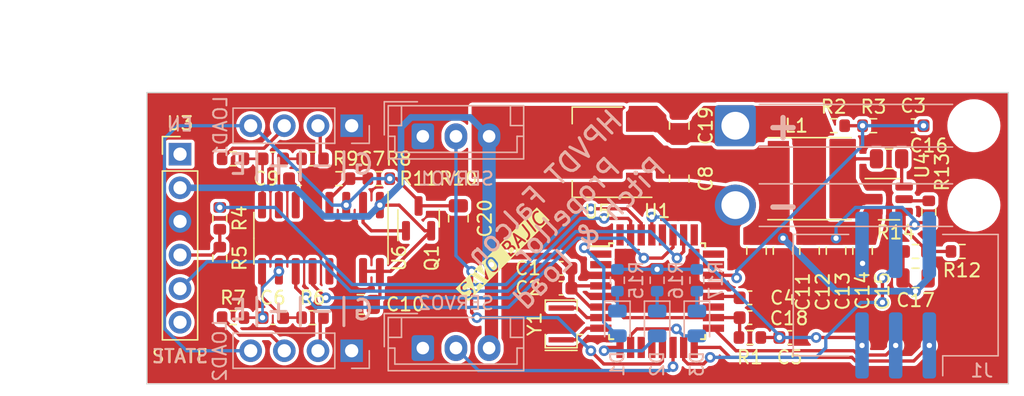
<source format=kicad_pcb>
(kicad_pcb (version 20221018) (generator pcbnew)
  (title_block (title "Propellor Pitch and Monitor") (date "2023-06-28") (rev "1") (company "HPVDT"))
  (layers (0 "F.Cu" signal) (31 "B.Cu" signal) (34 "B.Paste" user) (35 "F.Paste" user) (36 "B.SilkS" user "B.Silkscreen") (37 "F.SilkS" user "F.Silkscreen") (38 "B.Mask" user) (39 "F.Mask" user) (44 "Edge.Cuts" user))
  (net 0 "")
  (net 1 "+BATT")
  (net 2 "GND")
  (net 3 "+5V")
  (net 4 "/BATT_{SCALED}")
  (net 5 "Net-(U1-AREF)")
  (net 6 "/~{RESET}")
  (net 7 "/INB-")
  (net 8 "/INB+")
  (net 9 "/INA-")
  (net 10 "/INA+")
  (net 11 "Net-(U6-VBG)")
  (net 12 "/SW")
  (net 13 "/BST")
  (net 14 "/VFB")
  (net 15 "+3.3VA")
  (net 16 "Net-(D1-K)")
  (net 17 "/LED_{1}")
  (net 18 "Net-(D2-K)")
  (net 19 "/LED_{2}")
  (net 20 "Net-(D3-K)")
  (net 21 "/LED_{3}")
  (net 22 "/MISO")
  (net 23 "/SCK")
  (net 24 "/MOSI")
  (net 25 "/S-_{LC1}")
  (net 26 "/S+_{LC1}")
  (net 27 "/S-_{LC2}")
  (net 28 "/S+_{LC2}")
  (net 29 "/SERVO_{1}")
  (net 30 "/SERVO_{2}")
  (net 31 "/BASE")
  (net 32 "/BT_{TX}")
  (net 33 "Net-(U3-TX)")
  (net 34 "/FB_{VA}")
  (net 35 "/EN")
  (net 37 "Net-(U1-XTAL1{slash}PB6)")
  (net 38 "Net-(U1-XTAL2{slash}PB7)")
  (net 45 "/DOUT_{AMP}")
  (net 46 "/SCK_{AMP}")
  (net 48 "/BT_{RX}")
  (net 50 "/EN_{BT}")
  (net 51 "/STATE")
  (footprint "Capacitor_SMD:C_0805_2012Metric" (layer "F.Cu") (at 165.5 99.95 90)
    (fp_text reference "C12")
    (fp_text value "22uF")
  )
  (footprint "Capacitor_SMD:C_0805_2012Metric" (layer "F.Cu") (at 167.5 99.95 90)
    (fp_text reference "C13")
    (fp_text value "22uF")
  )
  (footprint "Capacitor_SMD:C_0805_2012Metric" (layer "F.Cu") (at 169.5 99.95 90)
    (fp_text reference "C14")
    (fp_text value "22uF")
  )
  (footprint "Package_QFP:TQFP-32_7x7mm_P0.8mm" (layer "F.Cu") (at 156 103)
    (fp_text reference "U1")
    (fp_text value "ATmega328P-A")
  )
  (footprint "Resistor_SMD:R_0603_1608Metric" (layer "F.Cu") (at 135 94.5 180)
    (fp_text reference "R10")
    (fp_text value "20k")
  )
  (footprint "Capacitor_SMD:C_0805_2012Metric" (layer "F.Cu") (at 171.5 99.95 90)
    (fp_text reference "C15")
    (fp_text value "22uF")
  )
  (footprint "Capacitor_SMD:C_0805_2012Metric" (layer "F.Cu") (at 163.5 99.95 90)
    (fp_text reference "C11")
    (fp_text value "22uF")
  )
  (footprint "Resistor_SMD:R_0603_1608Metric" (layer "F.Cu") (at 130 105 180)
    (fp_text reference "R6")
    (fp_text value "100")
  )
  (footprint "Capacitor_SMD:C_0603_1608Metric" (layer "F.Cu") (at 163 105)
    (fp_text reference "C18")
    (fp_text value "100n")
  )
  (footprint "Capacitor_SMD:C_0805_2012Metric" (layer "F.Cu") (at 133.635 104)
    (fp_text reference "C10")
    (fp_text value "10u")
  )
  (footprint "Capacitor_SMD:C_0805_2012Metric" (layer "F.Cu") (at 173.5 93)
    (fp_text reference "C16")
    (fp_text value "100n")
  )
  (footprint "Resistor_SMD:R_0603_1608Metric" (layer "F.Cu") (at 123 97.5 -90)
    (fp_text reference "R4")
    (fp_text value "5.1k")
  )
  (footprint "Capacitor_SMD:C_0805_2012Metric" (layer "F.Cu") (at 175.5 102 180)
    (fp_text reference "C17")
    (fp_text value "100n")
  )
  (footprint "Capacitor_SMD:C_0603_1608Metric" (layer "F.Cu") (at 163 103.5)
    (fp_text reference "C4")
    (fp_text value "100n")
  )
  (footprint "Resistor_SMD:R_0603_1608Metric" (layer "F.Cu") (at 124 105)
    (fp_text reference "R7")
    (fp_text value "100")
  )
  (footprint "Capacitor_SMD:C_0805_2012Metric" (layer "F.Cu") (at 157.67 94.5 90)
    (fp_text reference "C8")
    (fp_text value "22uF")
  )
  (footprint "Package_TO_SOT_SMD:SOT-23" (layer "F.Cu") (at 138 97.5 90)
    (fp_text reference "Q1")
    (fp_text value "MMSS8550")
  )
  (footprint "Resistor_SMD:R_0603_1608Metric" (layer "F.Cu") (at 169.325 90.5)
    (fp_text reference "R2")
    (fp_text value "15k")
  )
  (footprint "Resistor_SMD:R_0603_1608Metric" (layer "F.Cu") (at 132 94.5 180)
    (fp_text reference "R11")
    (fp_text value "8.2k")
  )
  (footprint "Package_TO_SOT_SMD:SOT-223-3_TabPin2" (layer "F.Cu") (at 151.5 92.5 180)
    (fp_text reference "U5")
    (fp_text value "AZ1117-5.0")
  )
  (footprint "Connector_PinHeader_2.54mm:PinHeader_1x06_P2.54mm_Vertical" (layer "F.Cu") (at 120 92.65)
    (fp_text reference "U3")
    (fp_text value "HC-05")
  )
  (footprint "Resistor_SMD:R_0603_1608Metric" (layer "F.Cu") (at 172.325 90.5)
    (fp_text reference "R3")
    (fp_text value "10k")
  )
  (footprint "Capacitor_SMD:C_0603_1608Metric" (layer "F.Cu") (at 127 93 180)
    (fp_text reference "C7")
    (fp_text value "100n")
  )
  (footprint "Capacitor_SMD:C_0603_1608Metric" (layer "F.Cu") (at 127 105 180)
    (fp_text reference "C6")
    (fp_text value "100n")
  )
  (footprint "Resistor_SMD:R_0603_1608Metric" (layer "F.Cu") (at 124 93)
    (fp_text reference "R9")
    (fp_text value "100")
  )
  (footprint "Capacitor_SMD:C_0805_2012Metric" (layer "F.Cu") (at 141 97.5 90)
    (fp_text reference "C20")
    (fp_text value "10u")
  )
  (footprint "Capacitor_SMD:C_0603_1608Metric" (layer "F.Cu") (at 148.7575 101.275 180)
    (fp_text reference "C1")
    (fp_text value "10n")
  )
  (footprint "Package_TO_SOT_SMD:TSOT-23-6" (layer "F.Cu") (at 173.5 96.05)
    (fp_text reference "U4")
    (fp_text value "TPS563208DDCR")
  )
  (footprint "Capacitor_SMD:C_0603_1608Metric" (layer "F.Cu") (at 166 106.5)
    (fp_text reference "C5")
    (fp_text value "10n")
  )
  (footprint "Resistor_SMD:R_0603_1608Metric" (layer "F.Cu") (at 130 93 180)
    (fp_text reference "R8")
    (fp_text value "100")
  )
  (footprint "Capacitor_SMD:C_0603_1608Metric" (layer "F.Cu") (at 129 94.5 180)
    (fp_text reference "C9")
    (fp_text value "100n")
  )
  (footprint "Capacitor_SMD:C_0805_2012Metric" (layer "F.Cu") (at 157.67 90.5 -90)
    (fp_text reference "C19")
    (fp_text value "10u")
  )
  (footprint "Resistor_SMD:R_0603_1608Metric" (layer "F.Cu") (at 179 100 180)
    (fp_text reference "R12")
    (fp_text value "10k")
  )
  (footprint "Resistor_SMD:R_0603_1608Metric" (layer "F.Cu") (at 163 106.5)
    (fp_text reference "R1")
    (fp_text value "10k")
  )
  (footprint "Inductor_SMD:L_Taiyo-Yuden_NR-60xx" (layer "F.Cu") (at 167.5 94.5)
    (fp_text reference "L1")
    (fp_text value "3.3uH")
  )
  (footprint "Capacitor_SMD:C_0603_1608Metric" (layer "F.Cu") (at 175.325 90.5 180)
    (fp_text reference "C3")
    (fp_text value "100n")
  )
  (footprint "Capacitor_SMD:C_0603_1608Metric" (layer "F.Cu") (at 148.7575 102.775 180)
    (fp_text reference "C2")
    (fp_text value "100n")
  )
  (footprint "Package_SO:SOP-16_3.9x9.9mm_P1.27mm" (layer "F.Cu") (at 130.635 99 -90)
    (fp_text reference "U6")
    (fp_text value "HX711")
  )
  (footprint "Resistor_SMD:R_0603_1608Metric" (layer "F.Cu") (at 175.5 100)
    (fp_text reference "R14")
    (fp_text value "54.9k")
  )
  (footprint "Resistor_SMD:R_0603_1608Metric" (layer "F.Cu") (at 176.5 97 -90)
    (fp_text reference "R13")
    (fp_text value "10k")
  )
  (footprint "Crystal:Resonator_SMD_Murata_CSTxExxV-3Pin_3.0x1.1mm" (layer "F.Cu") (at 148.7575 105.475 90)
    (fp_text reference "Y1")
    (fp_text value "16M")
  )
  (footprint "Resistor_SMD:R_0603_1608Metric" (layer "F.Cu") (at 123 100.5 -90)
    (fp_text reference "R5")
    (fp_text value "10k")
  )
  (footprint "Connector_PinHeader_2.54mm:PinHeader_1x04_P2.54mm_Vertical" (layer "B.Cu") (at 132.95 90.5 90)
    (fp_text reference "J2" hide)
    (fp_text value "LOAD1")
  )
  (footprint "Connector_PinHeader_2.54mm:PinHeader_1x04_P2.54mm_Vertical" (layer "B.Cu") (at 132.95 107.5 90)
    (fp_text reference "J3" hide)
    (fp_text value "LOAD2")
  )
  (footprint "Connector_Wire:SolderWire-1.5sqmm_1x02_P6mm_D1.7mm_OD3mm_Relief" (layer "B.Cu") (at 161.9 90.5 -90)
    (fp_text reference "BT1" hide)
    (fp_text value "Battery")
  )
  (footprint "LED_SMD:LED_0805_2012Metric" (layer "B.Cu") (at 153 105.4375 -90)
    (fp_text reference "D1")
    (fp_text value "LED")
  )
  (footprint "LED_SMD:LED_0805_2012Metric" (layer "B.Cu") (at 156 105.4375 -90)
    (fp_text reference "D2")
    (fp_text value "LED")
  )
  (footprint "Connector_JST:JST_EH_B3B-EH-A_1x03_P2.50mm_Vertical" (layer "B.Cu") (at 138.32 91.3)
    (fp_text reference "J4" hide)
    (fp_text value "SERVO1")
  )
  (footprint "Connector_IDC:IDC-Header_2x03_P2.54mm_Vertical_SMD" (layer "B.Cu") (at 174 103.3 90)
    (fp_text reference "J1")
    (fp_text value "AVR-ISP-6")
  )
  (footprint "Resistor_SMD:R_0603_1608Metric" (layer "B.Cu") (at 159 102.175 90)
    (fp_text reference "R17")
    (fp_text value "430")
  )
  (footprint "Resistor_SMD:R_0603_1608Metric" (layer "B.Cu") (at 153 102.175 90)
    (fp_text reference "R15")
    (fp_text value "430")
  )
  (footprint "Resistor_SMD:R_0603_1608Metric" (layer "B.Cu") (at 156 102.175 90)
    (fp_text reference "R16")
    (fp_text value "430")
  )
  (footprint "Connector_JST:JST_EH_B3B-EH-A_1x03_P2.50mm_Vertical" (layer "B.Cu") (at 138.32 107.3)
    (fp_text reference "J6")
    (fp_text value "SERVO2")
  )
  (footprint "LED_SMD:LED_0805_2012Metric" (layer "B.Cu") (at 159 105.4375 -90)
    (fp_text reference "D3")
    (fp_text value "LED")
  )
  (gr_line (start 117.5 110) (end 182.5 110) (stroke (width 0.1)) (layer "Edge.Cuts"))
  (gr_line (start 117.5 88) (end 117.5 110) (stroke (width 0.1)) (layer "Edge.Cuts"))
  (gr_line (start 182.5 110) (end 182.5 88) (stroke (width 0.1)) (layer "Edge.Cuts"))
  (gr_line (start 182.5 88) (end 117.5 88) (stroke (width 0.1)) (layer "Edge.Cuts"))
  (gr_text "EN" (at 120 91) (layer "B.SilkS") (effects (font (size 1 1)) (justify bottom mirror)))
  (gr_text "HPVDT Falcon\nPropellor\nPitch & Load" (at 151.5 99.25 45) (layer "B.SilkS") (effects (font (size 1.5 1.5) (thickness 0.225)) (justify bottom mirror)))
  (gr_text "-" (at 165.5 96.5) (layer "B.SilkS") (effects (font (size 2 2) (thickness 0.4) bold) (justify mirror)))
  (gr_text "G|-|+|E" (at 129.15 94.3) (layer "B.SilkS") (effects (font (size 1.5 1.5) (thickness 0.225)) (justify bottom mirror)))
  (gr_text "+" (at 165.5 90.5) (layer "B.SilkS") (effects (font (size 2 2) (thickness 0.4) bold) (justify mirror)))
  (gr_text "G|-|+|E" (at 129.15 105.3) (layer "B.SilkS") (effects (font (size 1.5 1.5) (thickness 0.225)) (justify bottom mirror)))
  (gr_text "STATE" (at 120 108.5) (layer "B.SilkS") (effects (font (size 1 1)) (justify bottom mirror)))
  (gr_text "SAVO BAJIC" (at 141.65 103.8 45) (layer "F.SilkS" knockout) (effects (font (size 1 1) (thickness 0.15) italic) (justify left bottom)))
  (gr_text "STATE" (at 120 108.5) (layer "F.SilkS") (effects (font (size 1 1)) (justify bottom)))
  (segment (start 175.6055 97.825) (end 175.4305 98) (width 0.25) (layer "F.Cu") (net 1))
  (segment (start 176.5 97.825) (end 175.6055 97.825) (width 0.25) (layer "F.Cu") (net 1))
  (via (at 169.5 99) (size 0.8) (drill 0.4) (layers "F.Cu" "B.Cu") (net 1))
  (via (at 175.4305 98) (size 0.8) (drill 0.4) (layers "F.Cu" "B.Cu") (net 1))
  (segment (start 170.964756 96.675) (end 174.495244 96.675) (width 0.25) (layer "B.Cu") (net 1))
  (segment (start 169.5 98.139756) (end 170.964756 96.675) (width 0.25) (layer "B.Cu") (net 1))
  (segment (start 174.495244 96.675) (end 175.4305 97.610256) (width 0.25) (layer "B.Cu") (net 1))
  (segment (start 169.5 99) (end 169.5 98.139756) (width 0.25) (layer "B.Cu") (net 1))
  (segment (start 175.4305 97.610256) (end 175.4305 98) (width 0.25) (layer "B.Cu") (net 1))
  (segment (start 155.55 101.8) (end 156 101.35) (width 0.25) (layer "F.Cu") (net 2))
  (segment (start 151.75 101.8) (end 155.55 101.8) (width 0.25) (layer "F.Cu") (net 2))
  (via (at 156 101.35) (size 0.8) (drill 0.4) (layers "F.Cu" "B.Cu") (net 2))
  (via (at 171.5 100.9) (size 0.8) (drill 0.4) (layers "F.Cu" "B.Cu") (net 2))
  (segment (start 171.46 100.86) (end 171.5 100.9) (width 0.5) (layer "B.Cu") (net 2))
  (segment (start 171.46 99.5) (end 171.46 100.86) (width 0.5) (layer "B.Cu") (net 2))
  (segment (start 156 101.35) (end 153 101.35) (width 0.25) (layer "B.Cu") (net 2))
  (segment (start 159 101.35) (end 156 101.35) (width 0.25) (layer "B.Cu") (net 2))
  (segment (start 135.08 103.505) (end 134.585 104) (width 0.25) (layer "F.Cu") (net 3))
  (segment (start 152.675 104.2) (end 151.75 104.2) (width 0.25) (layer "F.Cu") (net 3))
  (segment (start 160.25 105) (end 153.475 105) (width 0.25) (layer "F.Cu") (net 3))
  (segment (start 174.55 100.125) (end 174.675 100) (width 0.25) (layer "F.Cu") (net 3))
  (segment (start 151.75 104.2) (end 150.9575 104.2) (width 0.25) (layer "F.Cu") (net 3))
  (segment (start 135.8875 101.5) (end 138.95 98.4375) (width 0.25) (layer "F.Cu") (net 3))
  (segment (start 162.225 105) (end 162.225 106.45) (width 0.25) (layer "F.Cu") (net 3))
  (segment (start 138.465749 98.4375) (end 138.95 98.4375) (width 0.25) (layer "F.Cu") (net 3))
  (segment (start 149.5325 101.275) (end 148.6075 100.35) (width 0.5) (layer "F.Cu") (net 3))
  (segment (start 143.5 101) (end 143.5 107.12) (width 1) (layer "F.Cu") (net 3))
  (segment (start 144.15 100.35) (end 143.5 101) (width 0.5) (layer "F.Cu") (net 3))
  (segment (start 160.25 105) (end 162.225 105) (width 0.25) (layer "F.Cu") (net 3))
  (segment (start 149.7075 102.6) (end 149.5325 102.775) (width 0.25) (layer "F.Cu") (net 3))
  (segment (start 150.9575 104.2) (end 149.5325 102.775) (width 0.25) (layer "F.Cu") (net 3))
  (segment (start 135.08 96.5) (end 136.528249 96.5) (width 0.25) (layer "F.Cu") (net 3))
  (segment (start 174.55 102) (end 174.55 102.05) (width 0.25) (layer "F.Cu") (net 3))
  (segment (start 135.08 101.5) (end 135.08 103.505) (width 0.25) (layer "F.Cu") (net 3))
  (segment (start 135.08 101.5) (end 135.8875 101.5) (width 0.25) (layer "F.Cu") (net 3))
  (segment (start 153.475 105) (end 152.675 104.2) (width 0.25) (layer "F.Cu") (net 3))
  (segment (start 143.5 107.12) (end 143.32 107.3) (width 1) (layer "F.Cu") (net 3))
  (segment (start 151.75 102.6) (end 149.7075 102.6) (width 0.25) (layer "F.Cu") (net 3))
  (segment (start 162.225 106.45) (end 162.175 106.5) (width 0.25) (layer "F.Cu") (net 3))
  (segment (start 174.55 102.05) (end 175.5 103) (width 0.25) (layer "F.Cu") (net 3))
  (segment (start 136.528249 96.5) (end 138.465749 98.4375) (width 0.25) (layer "F.Cu") (net 3))
  (segment (start 135.08 101.5) (end 133.81 101.5) (width 0.25) (layer "F.Cu") (net 3))
  (segment (start 148.6075 100.35) (end 144.15 100.35) (width 0.5) (layer "F.Cu") (net 3))
  (segment (start 149.5325 101.275) (end 149.5325 102.775) (width 0.5) (layer "F.Cu") (net 3))
  (segment (start 174.55 102) (end 174.55 100.125) (width 0.25) (layer "F.Cu") (net 3))
  (via (at 143.5 101) (size 0.8) (drill 0.4) (layers "F.Cu" "B.Cu") (net 3))
  (via (at 175.5 103) (size 0.8) (drill 0.4) (layers "F.Cu" "B.Cu") (net 3))
  (via (at 165.5 99) (size 0.8) (drill 0.4) (layers "F.Cu" "B.Cu") (net 3))
  (via (at 135.08 96.5) (size 0.8) (drill 0.4) (layers "F.Cu" "B.Cu") (net 3))
  (segment (start 136.675 94.905) (end 136.675 90.630051) (width 0.5) (layer "B.Cu") (net 3))
  (segment (start 130.85 97.35) (end 134.23 97.35) (width 0.5) (layer "B.Cu") (net 3))
  (segment (start 128.69 95.19) (end 130.85 97.35) (width 0.5) (layer "B.Cu") (net 3))
  (segment (start 175.5 103) (end 169.5 103) (width 0.5) (layer "B.Cu") (net 3))
  (segment (start 136.675 90.630051) (end 137.430051 89.875) (width 0.5) (layer "B.Cu") (net 3))
  (segment (start 176.54 99.5) (end 176.54 101.96) (width 0.5) (layer "B.Cu") (net 3))
  (segment (start 176.54 101.96) (end 175.5 103) (width 0.5) (layer "B.Cu") (net 3))
  (segment (start 135.08 96.5) (end 136.675 94.905) (width 0.5) (layer "B.Cu") (net 3))
  (segment (start 143.32 91.3) (end 143.32 100.82) (width 1) (layer "B.Cu") (net 3))
  (segment (start 143.32 100.82) (end 143.5 101) (width 1) (layer "B.Cu") (net 3))
  (segment (start 137.430051 89.875) (end 141.895 89.875) (width 0.5) (layer "B.Cu") (net 3))
  (segment (start 169.5 103) (end 165.5 99) (width 0.5) (layer "B.Cu") (net 3))
  (segment (start 134.23 97.35) (end 135.08 96.5) (width 0.5) (layer "B.Cu") (net 3))
  (segment (start 141.895 89.875) (end 143.32 91.3) (width 0.5) (layer "B.Cu") (net 3))
  (segment (start 120 95.19) (end 128.69 95.19) (width 0.5) (layer "B.Cu") (net 3))
  (segment (start 171.5 90.5) (end 170.15 90.5) (width 0.25) (layer "F.Cu") (net 4))
  (segment (start 160.25 101.8) (end 161.8 101.8) (width 0.25) (layer "F.Cu") (net 4))
  (segment (start 161.8 101.8) (end 162 102) (width 0.25) (layer "F.Cu") (net 4))
  (via (at 162 102) (size 0.8) (drill 0.4) (layers "F.Cu" "B.Cu") (net 4))
  (via (at 176.1 90.5) (size 0.8) (drill 0.4) (layers "F.Cu" "B.Cu") (net 4))
  (via (at 171.5 90.5) (size 0.8) (drill 0.4) (layers "F.Cu" "B.Cu") (net 4))
  (segment (start 171.5 90.5) (end 171.5 91.974695) (width 0.25) (layer "B.Cu") (net 4))
  (segment (start 171.5 90.5) (end 176.1 90.5) (width 0.25) (layer "B.Cu") (net 4))
  (segment (start 162 101.474695) (end 162 102) (width 0.25) (layer "B.Cu") (net 4))
  (segment (start 171.5 91.974695) (end 162 101.474695) (width 0.25) (layer "B.Cu") (net 4))
  (segment (start 162.125 103.4) (end 162.225 103.5) (width 0.25) (layer "F.Cu") (net 5))
  (segment (start 160.25 103.4) (end 162.125 103.4) (width 0.25) (layer "F.Cu") (net 5))
  (segment (start 165.225 106.5) (end 163.825 106.5) (width 0.25) (layer "F.Cu") (net 6))
  (segment (start 168 106.5) (end 170.86 106.5) (width 0.25) (layer "F.Cu") (net 6))
  (segment (start 155.6 97.4) (end 155.6 98.75) (width 0.25) (layer "F.Cu") (net 6))
  (segment (start 170.86 106.5) (end 171.46 107.1) (width 0.25) (layer "F.Cu") (net 6))
  (via (at 155.6 97.4) (size 0.8) (drill 0.4) (layers "F.Cu" "B.Cu") (net 6))
  (via (at 168 106.5) (size 0.8) (drill 0.4) (layers "F.Cu" "B.Cu") (net 6))
  (via (at 165.225 106.5) (size 0.8) (drill 0.4) (layers "F.Cu" "B.Cu") (net 6))
  (via (at 171.46 107.1) (size 0.8) (drill 0.4) (layers "F.Cu" "B.Cu") (net 6))
  (segment (start 155.6 97.4) (end 156.267462 97.4) (width 0.25) (layer "B.Cu") (net 6))
  (segment (start 156.267462 97.4) (end 165.225 106.357538) (width 0.25) (layer "B.Cu") (net 6))
  (segment (start 165.225 106.357538) (end 165.225 106.5) (width 0.25) (layer "B.Cu") (net 6))
  (segment (start 165.225 106.5) (end 168 106.5) (width 0.25) (layer "B.Cu") (net 6))
  (segment (start 127.775 105) (end 126.19 103.415) (width 0.2) (layer "F.Cu") (net 7))
  (segment (start 126.19 103.415) (end 126.19 101.5) (width 0.2) (layer "F.Cu") (net 7))
  (segment (start 129.175 105) (end 127.775 105) (width 0.2) (layer "F.Cu") (net 7))
  (segment (start 126.225 105) (end 124.825 105) (width 0.2) (layer "F.Cu") (net 8))
  (via (at 127.46 101.5) (size 0.8) (drill 0.4) (layers "F.Cu" "B.Cu") (net 8))
  (via (at 126.225 105) (size 0.8) (drill 0.4) (layers "F.Cu" "B.Cu") (net 8))
  (segment (start 126.225 105) (end 126.225 102.735) (width 0.2) (layer "B.Cu") (net 8))
  (segment (start 126.225 102.735) (end 127.46 101.5) (width 0.2) (layer "B.Cu") (net 8))
  (segment (start 127.775 93) (end 127.46 93.315) (width 0.2) (layer "F.Cu") (net 9))
  (segment (start 129.175 93) (end 127.775 93) (width 0.2) (layer "F.Cu") (net 9))
  (segment (start 127.46 93.315) (end 127.46 96.5) (width 0.2) (layer "F.Cu") (net 9))
  (segment (start 126.225 96.465) (end 126.19 96.5) (width 0.2) (layer "F.Cu") (net 10))
  (segment (start 126.225 93) (end 124.825 93) (width 0.2) (layer "F.Cu") (net 10))
  (segment (start 126.225 93) (end 126.225 96.465) (width 0.2) (layer "F.Cu") (net 10))
  (segment (start 128.73 95.005) (end 128.225 94.5) (width 0.25) (layer "F.Cu") (net 11))
  (segment (start 128.73 96.5) (end 128.73 95.005) (width 0.25) (layer "F.Cu") (net 11))
  (segment (start 171 93) (end 169.85 94.15) (width 0.25) (layer "F.Cu") (net 12))
  (segment (start 169.85 94.15) (end 169.85 94.5) (width 0.25) (layer "F.Cu") (net 12))
  (segment (start 172.55 93) (end 171 93) (width 0.25) (layer "F.Cu") (net 12))
  (segment (start 174.45 93) (end 174.45 94.9125) (width 0.25) (layer "F.Cu") (net 13))
  (segment (start 174.45 94.9125) (end 174.6375 95.1) (width 0.25) (layer "F.Cu") (net 13))
  (segment (start 176.325 99.919805) (end 174.6375 98.232305) (width 0.25) (layer "F.Cu") (net 14))
  (segment (start 176.325 100) (end 176.325 99.919805) (width 0.25) (layer "F.Cu") (net 14))
  (segment (start 174.6375 98.232305) (end 174.6375 97) (width 0.25) (layer "F.Cu") (net 14))
  (segment (start 178.175 100) (end 176.325 100) (width 0.25) (layer "F.Cu") (net 14))
  (segment (start 176.45 102) (end 176.45 100.125) (width 0.25) (layer "F.Cu") (net 14))
  (segment (start 176.45 100.125) (end 176.325 100) (width 0.25) (layer "F.Cu") (net 14))
  (segment (start 138 96.175) (end 136.325 94.5) (width 0.25) (layer "F.Cu") (net 15))
  (segment (start 138 96.5625) (end 138 96.175) (width 0.25) (layer "F.Cu") (net 15))
  (segment (start 138.0125 96.55) (end 138 96.5625) (width 0.25) (layer "F.Cu") (net 15))
  (segment (start 141 96.55) (end 138.0125 96.55) (width 0.25) (layer "F.Cu") (net 15))
  (segment (start 135.825 94.5) (end 136.325 94.5) (width 0.25) (layer "F.Cu") (net 15))
  (via (at 132.54 96.5) (size 0.8) (drill 0.4) (layers "F.Cu" "B.Cu") (net 15))
  (via (at 135.825 94.5) (size 0.8) (drill 0.4) (layers "F.Cu" "B.Cu") (net 15))
  (segment (start 118.825 91.475) (end 118.825 105.836701) (width 0.25) (layer "B.Cu") (net 15))
  (segment (start 132.54 96.5) (end 131.5 96.5) (width 0.25) (layer "B.Cu") (net 15))
  (segment (start 125.5 90.5) (end 119.8 90.5) (width 0.25) (layer "B.Cu") (net 15))
  (segment (start 131.5 96.5) (end 125.5 90.5) (width 0.25) (layer "B.Cu") (net 15))
  (segment (start 118.825 105.836701) (end 120.488299 107.5) (width 0.25) (layer "B.Cu") (net 15))
  (segment (start 119.8 90.5) (end 118.825 91.475) (width 0.25) (layer "B.Cu") (net 15))
  (segment (start 120.488299 107.5) (end 125.5 107.5) (width 0.25) (layer "B.Cu") (net 15))
  (segment (start 134.54 94.5) (end 132.54 96.5) (width 0.25) (layer "B.Cu") (net 15))
  (segment (start 135.825 94.5) (end 134.54 94.5) (width 0.25) (layer "B.Cu") (net 15))
  (segment (start 153 103) (end 153 104.5) (width 0.25) (layer "B.Cu") (net 16))
  (segment (start 150.5 99.7245) (end 150.9755 100.2) (width 0.25) (layer "F.Cu") (net 17))
  (segment (start 150.9755 100.2) (end 151.75 100.2) (width 0.25) (layer "F.Cu") (net 17))
  (via (at 150.5 99.7245) (size 0.8) (drill 0.4) (layers "F.Cu" "B.Cu") (net 17))
  (segment (start 150.5 99.7245) (end 151.975 101.1995) (width 0.25) (layer "B.Cu") (net 17))
  (segment (start 151.975 101.1995) (end 151.975 105.35) (width 0.25) (layer "B.Cu") (net 17))
  (segment (start 151.975 105.35) (end 153 106.375) (width 0.25) (layer "B.Cu") (net 17))
  (segment (start 156 103) (end 156 104.5) (width 0.25) (layer "B.Cu") (net 18))
  (segment (start 152 107.5) (end 152.25 107.25) (width 0.25) (layer "F.Cu") (net 19))
  (segment (start 152.25 107.25) (end 153.2 107.25) (width 0.25) (layer "F.Cu") (net 19))
  (via (at 152 107.5) (size 0.8) (drill 0.4) (layers "F.Cu" "B.Cu") (net 19))
  (segment (start 154.875 107.5) (end 156 106.375) (width 0.25) (layer "B.Cu") (net 19))
  (segment (start 152 107.5) (end 154.875 107.5) (width 0.25) (layer "B.Cu") (net 19))
  (segment (start 159 104.5) (end 159 103) (width 0.25) (layer "B.Cu") (net 20))
  (segment (start 154 106.325) (end 154 107.25) (width 0.25) (layer "F.Cu") (net 21))
  (segment (start 157.456895 105.850498) (end 154.474502 105.850498) (width 0.25) (layer "F.Cu") (net 21))
  (segment (start 154.474502 105.850498) (end 154 106.325) (width 0.25) (layer "F.Cu") (net 21))
  (via (at 157.456895 105.850498) (size 0.8) (drill 0.4) (layers "F.Cu" "B.Cu") (net 21))
  (segment (start 157.981397 106.375) (end 159 106.375) (width 0.25) (layer "B.Cu") (net 21))
  (segment (start 157.456895 105.850498) (end 157.981397 106.375) (width 0.25) (layer "B.Cu") (net 21))
  (segment (start 158.8 107.25) (end 160.75 107.25) (width 0.25) (layer "F.Cu") (net 22))
  (segment (start 161.5 108) (end 170.698299 108) (width 0.25) (layer "F.Cu") (net 22))
  (segment (start 160.75 107.25) (end 161.5 108) (width 0.25) (layer "F.Cu") (net 22))
  (segment (start 170.973299 108.275) (end 175.365 108.275) (width 0.25) (layer "F.Cu") (net 22))
  (segment (start 175.365 108.275) (end 176.54 107.1) (width 0.25) (layer "F.Cu") (net 22))
  (segment (start 170.698299 108) (end 170.973299 108.275) (width 0.25) (layer "F.Cu") (net 22))
  (via (at 176.54 107.1) (size 0.8) (drill 0.4) (layers "F.Cu" "B.Cu") (net 22))
  (segment (start 161.95 107.5) (end 170.834695 107.5) (width 0.25) (layer "F.Cu") (net 23))
  (segment (start 170.834695 107.5) (end 171.159695 107.825) (width 0.25) (layer "F.Cu") (net 23))
  (segment (start 160.25 105.8) (end 161.95 107.5) (width 0.25) (layer "F.Cu") (net 23))
  (segment (start 171.159695 107.825) (end 173.275 107.825) (width 0.25) (layer "F.Cu") (net 23))
  (segment (start 173.275 107.825) (end 174 107.1) (width 0.25) (layer "F.Cu") (net 23))
  (via (at 174 107.1) (size 0.8) (drill 0.4) (layers "F.Cu" "B.Cu") (net 23))
  (segment (start 160 108) (end 159.5 108.5) (width 0.25) (layer "F.Cu") (net 24))
  (segment (start 158 108.175) (end 158 107.25) (width 0.25) (layer "F.Cu") (net 24))
  (segment (start 159.5 108.5) (end 158.325 108.5) (width 0.25) (layer "F.Cu") (net 24))
  (segment (start 173 102) (end 173 103.8495) (width 0.25) (layer "F.Cu") (net 24))
  (segment (start 158.325 108.5) (end 158 108.175) (width 0.25) (layer "F.Cu") (net 24))
  (via (at 173 102) (size 0.8) (drill 0.4) (layers "F.Cu" "B.Cu") (net 24))
  (via (at 173 103.8495) (size 0.8) (drill 0.4) (layers "F.Cu" "B.Cu") (net 24))
  (via (at 160 108) (size 0.8) (drill 0.4) (layers "F.Cu" "B.Cu") (net 24))
  (segment (start 174 101) (end 173 102) (width 0.25) (layer "B.Cu") (net 24))
  (segment (start 160 108) (end 168 108) (width 0.25) (layer "B.Cu") (net 24))
  (segment (start 168.725 106.514756) (end 171.390256 103.8495) (width 0.25) (layer "B.Cu") (net 24))
  (segment (start 171.390256 103.8495) (end 173 103.8495) (width 0.25) (layer "B.Cu") (net 24))
  (segment (start 168.725 107.275) (end 168.725 106.514756) (width 0.25) (layer "B.Cu") (net 24))
  (segment (start 174 99.5) (end 174 101) (width 0.25) (layer "B.Cu") (net 24))
  (segment (start 168 108) (end 168.725 107.275) (width 0.25) (layer "B.Cu") (net 24))
  (segment (start 130.58 92.755) (end 130.825 93) (width 0.25) (layer "F.Cu") (net 25))
  (segment (start 130.58 90.5) (end 130.58 92.755) (width 0.25) (layer "F.Cu") (net 25))
  (segment (start 126.34 92.2) (end 123.975 92.2) (width 0.25) (layer "F.Cu") (net 26))
  (segment (start 128.04 90.5) (end 126.34 92.2) (width 0.25) (layer "F.Cu") (net 26))
  (segment (start 123.975 92.2) (end 123.175 93) (width 0.25) (layer "F.Cu") (net 26))
  (segment (start 130.58 105.245) (end 130.825 105) (width 0.25) (layer "F.Cu") (net 27))
  (segment (start 130.58 107.5) (end 130.58 105.245) (width 0.25) (layer "F.Cu") (net 27))
  (segment (start 128.04 107.5) (end 126.865 106.325) (width 0.25) (layer "F.Cu") (net 28))
  (segment (start 126.865 106.325) (end 124.5 106.325) (width 0.25) (layer "F.Cu") (net 28))
  (segment (start 124.5 106.325) (end 123.175 105) (width 0.25) (layer "F.Cu") (net 28))
  (segment (start 142.4005 105) (end 142 104.5995) (width 0.25) (layer "F.Cu") (net 29))
  (segment (start 151.974695 108.5) (end 151 107.525305) (width 0.25) (layer "F.Cu") (net 29))
  (segment (start 156.2 108.5) (end 151.974695 108.5) (width 0.25) (layer "F.Cu") (net 29))
  (segment (start 151 107.525305) (end 151 107.5) (width 0.25) (layer "F.Cu") (net 29))
  (segment (start 156.4 108.3) (end 156.2 108.5) (width 0.25) (layer "F.Cu") (net 29))
  (segment (start 142 104.5995) (end 142 101.5) (width 0.25) (layer "F.Cu") (net 29))
  (segment (start 156.4 107.25) (end 156.4 108.3) (width 0.25) (layer "F.Cu") (net 29))
  (via (at 151 107.5) (size 0.8) (drill 0.4) (layers "F.Cu" "B.Cu") (net 29))
  (via (at 142.4005 105) (size 0.8) (drill 0.4) (layers "F.Cu" "B.Cu") (net 29))
  (via (at 142 101.5) (size 0.8) (drill 0.4) (layers "F.Cu" "B.Cu") (net 29))
  (segment (start 148.5 105) (end 142.4005 105) (width 0.25) (layer "B.Cu") (net 29))
  (segment (start 140.82 91.3) (end 140.82 100.32) (width 0.25) (layer "B.Cu") (net 29))
  (segment (start 151 107.5) (end 148.5 105) (width 0.25) (layer "B.Cu") (net 29))
  (segment (start 140.82 100.32) (end 142 101.5) (width 0.25) (layer "B.Cu") (net 29))
  (segment (start 157.2 108.7) (end 157.2 107.25) (width 0.25) (layer "F.Cu") (net 30))
  (via (at 157.2 108.7) (size 0.8) (drill 0.4) (layers "F.Cu" "B.Cu") (net 30))
  (segment (start 142.52 109) (end 140.82 107.3) (width 0.25) (layer "B.Cu") (net 30))
  (segment (start 156.9 109) (end 142.52 109) (width 0.25) (layer "B.Cu") (net 30))
  (segment (start 157.2 108.7) (end 156.9 109) (width 0.25) (layer "B.Cu") (net 30))
  (segment (start 133.81 97.81) (end 133.81 96.5) (width 0.25) (layer "F.Cu") (net 31))
  (segment (start 137.05 98.4375) (end 134.4375 98.4375) (width 0.25) (layer "F.Cu") (net 31))
  (segment (start 134.4375 98.4375) (end 133.81 97.81) (width 0.25) (layer "F.Cu") (net 31))
  (segment (start 153.711896 96.7755) (end 154.8 97.863604) (width 0.25) (layer "F.Cu") (net 32))
  (segment (start 154.8 97.863604) (end 154.8 98.75) (width 0.25) (layer "F.Cu") (net 32))
  (segment (start 151 96.7755) (end 153.711896 96.7755) (width 0.25) (layer "F.Cu") (net 32))
  (via (at 123 96.675) (size 0.8) (drill 0.4) (layers "F.Cu" "B.Cu") (net 32))
  (via (at 151 96.7755) (size 0.8) (drill 0.4) (layers "F.Cu" "B.Cu") (net 32))
  (segment (start 127.175 96.675) (end 133 102.5) (width 0.25) (layer "B.Cu") (net 32))
  (segment (start 144.590812 102.5) (end 150.315312 96.7755) (width 0.25) (layer "B.Cu") (net 32))
  (segment (start 133 102.5) (end 144.590812 102.5) (width 0.25) (layer "B.Cu") (net 32))
  (segment (start 150.315312 96.7755) (end 151 96.7755) (width 0.25) (layer "B.Cu") (net 32))
  (segment (start 123 96.675) (end 127.175 96.675) (width 0.25) (layer "B.Cu") (net 32))
  (segment (start 122.405 100.27) (end 120 100.27) (width 0.25) (layer "F.Cu") (net 33))
  (segment (start 123 99.675) (end 123 98.325) (width 0.25) (layer "F.Cu") (net 33))
  (segment (start 123 99.675) (end 122.405 100.27) (width 0.25) (layer "F.Cu") (net 33))
  (segment (start 132.825 94.5) (end 131.27 96.055) (width 0.25) (layer "F.Cu") (net 34))
  (segment (start 131.27 96.055) (end 131.27 96.5) (width 0.25) (layer "F.Cu") (net 34))
  (segment (start 134.175 94.5) (end 132.825 94.5) (width 0.25) (layer "F.Cu") (net 34))
  (segment (start 176.5 96.175) (end 174.7625 96.175) (width 0.25) (layer "F.Cu") (net 35))
  (segment (start 174.7625 96.175) (end 174.6375 96.05) (width 0.25) (layer "F.Cu") (net 35))
  (segment (start 151.75 105) (end 150.7 105) (width 0.25) (layer "F.Cu") (net 37))
  (segment (start 149.975 104.275) (end 148.7575 104.275) (width 0.25) (layer "F.Cu") (net 37))
  (segment (start 150.7 105) (end 149.975 104.275) (width 0.25) (layer "F.Cu") (net 37))
  (segment (start 149.825 106.675) (end 150.7 105.8) (width 0.25) (layer "F.Cu") (net 38))
  (segment (start 148.7575 106.675) (end 149.825 106.675) (width 0.25) (layer "F.Cu") (net 38))
  (segment (start 150.7 105.8) (end 151.75 105.8) (width 0.25) (layer "F.Cu") (net 38))
  (segment (start 158 98.75) (end 158 100) (width 0.25) (layer "F.Cu") (net 45))
  (segment (start 131 103.5) (end 130 102.5) (width 0.25) (layer "F.Cu") (net 45))
  (segment (start 130 102.5) (end 130 101.5) (width 0.25) (layer "F.Cu") (net 45))
  (segment (start 158 100) (end 157.5 100.5) (width 0.25) (layer "F.Cu") (net 45))
  (via (at 131 103.5) (size 0.8) (drill 0.4) (layers "F.Cu" "B.Cu") (net 45))
  (via (at 157.5 100.5) (size 0.8) (drill 0.4) (layers "F.Cu" "B.Cu") (net 45))
  (segment (start 144.863604 103.5) (end 149.863604 98.5) (width 0.25) (layer "B.Cu") (net 45))
  (segment (start 155.5 98.5) (end 157.5 100.5) (width 0.25) (layer "B.Cu") (net 45))
  (segment (start 131 103.5) (end 144.863604 103.5) (width 0.25) (layer "B.Cu") (net 45))
  (segment (start 149.863604 98.5) (end 155.5 98.5) (width 0.25) (layer "B.Cu") (net 45))
  (segment (start 156.375 100.5) (end 157.2 99.675) (width 0.25) (layer "F.Cu") (net 46))
  (segment (start 157.2 99.675) (end 157.2 98.75) (width 0.25) (layer "F.Cu") (net 46))
  (segment (start 155 100.5) (end 156.375 100.5) (width 0.25) (layer "F.Cu") (net 46))
  (segment (start 128.73 101.5) (end 128.73 102.73) (width 0.25) (layer "F.Cu") (net 46))
  (segment (start 128.73 102.73) (end 129.5 103.5) (width 0.25) (layer "F.Cu") (net 46))
  (via (at 155 100.5) (size 0.8) (drill 0.4) (layers "F.Cu" "B.Cu") (net 46))
  (via (at 129.5 103.5) (size 0.8) (drill 0.4) (layers "F.Cu" "B.Cu") (net 46))
  (segment (start 144.775 104.225) (end 130.225 104.225) (width 0.25) (layer "B.Cu") (net 46))
  (segment (start 130.225 104.225) (end 129.5 103.5) (width 0.25) (layer "B.Cu") (net 46))
  (segment (start 150 99) (end 144.775 104.225) (width 0.25) (layer "B.Cu") (net 46))
  (segment (start 155 100.5) (end 153.5 99) (width 0.25) (layer "B.Cu") (net 46))
  (segment (start 153.5 99) (end 150 99) (width 0.25) (layer "B.Cu") (net 46))
  (segment (start 152 97.5) (end 153.8 97.5) (width 0.25) (layer "F.Cu") (net 48))
  (segment (start 153.8 97.5) (end 154 97.7) (width 0.25) (layer "F.Cu") (net 48))
  (segment (start 154 97.7) (end 154 98.75) (width 0.25) (layer "F.Cu") (net 48))
  (via (at 152 97.5) (size 0.8) (drill 0.4) (layers "F.Cu" "B.Cu") (net 48))
  (segment (start 130.638604 100.775) (end 122.035 100.775) (width 0.25) (layer "B.Cu") (net 48))
  (segment (start 150.227208 97.5) (end 144.727208 103) (width 0.25) (layer "B.Cu") (net 48))
  (segment (start 132.863604 103) (end 130.638604 100.775) (width 0.25) (layer "B.Cu") (net 48))
  (segment (start 152 97.5) (end 150.227208 97.5) (width 0.25) (layer "B.Cu") (net 48))
  (segment (start 144.727208 103) (end 132.863604 103) (width 0.25) (layer "B.Cu") (net 48))
  (segment (start 122.035 100.775) (end 120 102.81) (width 0.25) (layer "B.Cu") (net 48))
  (zone (net 2) (net_name "GND") (layer "F.Cu") (connect_pads yes (clearance 0.25)) (min_thickness 0.15) (fill yes (thermal_gap 0.5) (thermal_bridge_width 0.5))
    (polygon (pts (xy 182.5 88) (xy 117.5 88) (xy 117.5 110) (xy 182.5 110)))
  )
  (zone (net 1) (net_name "+BATT") (layer "F.Cu") (priority 1) (connect_pads yes (clearance 0.25)) (min_thickness 0.15) (fill yes (thermal_gap 0.5) (thermal_bridge_width 0.5))
    (polygon (pts (xy 172.5 99.5) (xy 173 97.5) (xy 173 96.5) (xy 171.5 96.5) (xy 168.5 89) (xy 159.5 89) (xy 158.5 90) (xy 157 90) (xy 156 89) (xy 153.5 89) (xy 153.5 91) (xy 156 91) (xy 157 92) (xy 166 92) (xy 166 97) (xy 166.5 98.5) (xy 166.5 99.5) (xy 167 99.5)))
  )
  (zone (net 3) (net_name "+5V") (layer "F.Cu") (priority 3) (connect_pads yes (clearance 0.25)) (min_thickness 0.15) (fill yes (thermal_gap 0.5) (thermal_bridge_width 0.5))
    (polygon (pts (xy 166 99.5) (xy 162.5 99.5) (xy 162.5 95) (xy 158.5 94.5) (xy 142 94.5) (xy 142 89) (xy 153.5 89) (xy 156.5 92) (xy 166 92) (xy 166 97.5)))
  )
  (zone (net 12) (net_name "/SW") (layer "F.Cu") (priority 2) (connect_pads thru_hole_only (clearance 0.25)) (min_thickness 0.15) (fill yes (thermal_gap 0.5) (thermal_bridge_width 0.5))
    (polygon (pts (xy 169 91.5) (xy 169 97.5) (xy 171 97.5) (xy 171.5 96.5) (xy 173 96.5) (xy 173 95.5) (xy 171.5 95.5) (xy 171 94.5) (xy 171 91.5)))
  )
)
</source>
